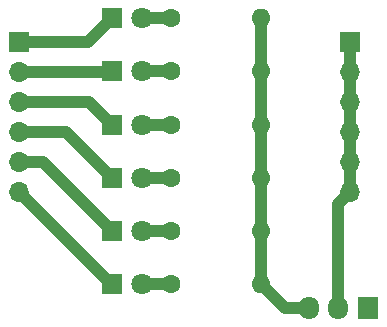
<source format=gbr>
G04 #@! TF.GenerationSoftware,KiCad,Pcbnew,7.0.9*
G04 #@! TF.CreationDate,2024-08-22T18:13:54+09:00*
G04 #@! TF.ProjectId,short_checker,73686f72-745f-4636-9865-636b65722e6b,rev?*
G04 #@! TF.SameCoordinates,Original*
G04 #@! TF.FileFunction,Copper,L2,Bot*
G04 #@! TF.FilePolarity,Positive*
%FSLAX46Y46*%
G04 Gerber Fmt 4.6, Leading zero omitted, Abs format (unit mm)*
G04 Created by KiCad (PCBNEW 7.0.9) date 2024-08-22 18:13:54*
%MOMM*%
%LPD*%
G01*
G04 APERTURE LIST*
G04 #@! TA.AperFunction,ComponentPad*
%ADD10R,1.700000X1.950000*%
G04 #@! TD*
G04 #@! TA.AperFunction,ComponentPad*
%ADD11O,1.700000X1.950000*%
G04 #@! TD*
G04 #@! TA.AperFunction,ComponentPad*
%ADD12C,1.600000*%
G04 #@! TD*
G04 #@! TA.AperFunction,ComponentPad*
%ADD13O,1.600000X1.600000*%
G04 #@! TD*
G04 #@! TA.AperFunction,ComponentPad*
%ADD14O,1.700000X1.700000*%
G04 #@! TD*
G04 #@! TA.AperFunction,ComponentPad*
%ADD15R,1.700000X1.700000*%
G04 #@! TD*
G04 #@! TA.AperFunction,ComponentPad*
%ADD16C,1.800000*%
G04 #@! TD*
G04 #@! TA.AperFunction,ComponentPad*
%ADD17R,1.800000X1.800000*%
G04 #@! TD*
G04 #@! TA.AperFunction,Conductor*
%ADD18C,1.000000*%
G04 #@! TD*
G04 APERTURE END LIST*
D10*
X152500000Y-107500000D03*
D11*
X150000000Y-107500000D03*
X147500000Y-107500000D03*
D12*
X135880000Y-105500000D03*
D13*
X143500000Y-105500000D03*
X143500000Y-101000000D03*
D12*
X135880000Y-101000000D03*
D13*
X143500000Y-96500000D03*
D12*
X135880000Y-96500000D03*
D13*
X143500000Y-92000000D03*
D12*
X135880000Y-92000000D03*
X135880000Y-87500000D03*
D13*
X143500000Y-87500000D03*
X143500000Y-83000000D03*
D12*
X135880000Y-83000000D03*
D14*
X123000000Y-97700000D03*
X123000000Y-95160000D03*
X123000000Y-92620000D03*
X123000000Y-90080000D03*
X123000000Y-87540000D03*
D15*
X123000000Y-85000000D03*
X151000000Y-85000000D03*
D14*
X151000000Y-87540000D03*
X151000000Y-90080000D03*
X151000000Y-92620000D03*
X151000000Y-95160000D03*
X151000000Y-97700000D03*
D16*
X133380000Y-105500000D03*
D17*
X130840000Y-105500000D03*
D16*
X133380000Y-101000000D03*
D17*
X130840000Y-101000000D03*
D16*
X133380000Y-96500000D03*
D17*
X130840000Y-96500000D03*
D16*
X133380000Y-92000000D03*
D17*
X130840000Y-92000000D03*
D16*
X133380000Y-87500000D03*
D17*
X130840000Y-87500000D03*
D16*
X133380000Y-83000000D03*
D17*
X130840000Y-83000000D03*
D18*
X151000000Y-97700000D02*
X150000000Y-98700000D01*
X150000000Y-98700000D02*
X150000000Y-107500000D01*
X151000000Y-85000000D02*
X151000000Y-97700000D01*
X143500000Y-83000000D02*
X143500000Y-105500000D01*
X145500000Y-107500000D02*
X147500000Y-107500000D01*
X143500000Y-105500000D02*
X145500000Y-107500000D01*
X130800000Y-105500000D02*
X130840000Y-105500000D01*
X123000000Y-97700000D02*
X130800000Y-105500000D01*
X125000000Y-95160000D02*
X130840000Y-101000000D01*
X123000000Y-95160000D02*
X125000000Y-95160000D01*
X123000000Y-92620000D02*
X126960000Y-92620000D01*
X126960000Y-92620000D02*
X130840000Y-96500000D01*
X123000000Y-90080000D02*
X128920000Y-90080000D01*
X128920000Y-90080000D02*
X130840000Y-92000000D01*
X130800000Y-87540000D02*
X130840000Y-87500000D01*
X123000000Y-87540000D02*
X130800000Y-87540000D01*
X128840000Y-85000000D02*
X130840000Y-83000000D01*
X123000000Y-85000000D02*
X128840000Y-85000000D01*
X133380000Y-105500000D02*
X135880000Y-105500000D01*
X133380000Y-101000000D02*
X135880000Y-101000000D01*
X133380000Y-96500000D02*
X135880000Y-96500000D01*
X133380000Y-92000000D02*
X135880000Y-92000000D01*
X133380000Y-87500000D02*
X135880000Y-87500000D01*
X133380000Y-83000000D02*
X135880000Y-83000000D01*
M02*

</source>
